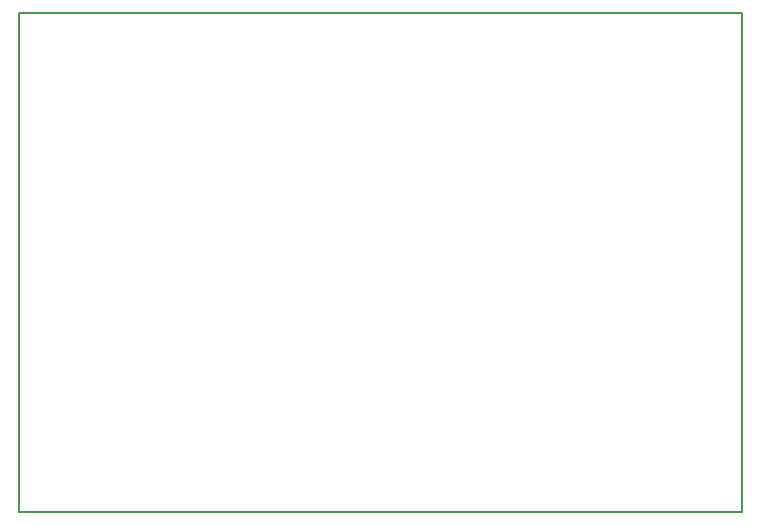
<source format=gbr>
G04 #@! TF.GenerationSoftware,KiCad,Pcbnew,8.0.8*
G04 #@! TF.CreationDate,2025-05-29T14:11:02+07:00*
G04 #@! TF.ProjectId,WLC_TX15W_C1_V1.1,574c435f-5458-4313-9557-5f43315f5631,rev?*
G04 #@! TF.SameCoordinates,Original*
G04 #@! TF.FileFunction,Profile,NP*
%FSLAX46Y46*%
G04 Gerber Fmt 4.6, Leading zero omitted, Abs format (unit mm)*
G04 Created by KiCad (PCBNEW 8.0.8) date 2025-05-29 14:11:02*
%MOMM*%
%LPD*%
G01*
G04 APERTURE LIST*
G04 #@! TA.AperFunction,Profile*
%ADD10C,0.200000*%
G04 #@! TD*
G04 APERTURE END LIST*
D10*
X102100000Y-49900000D02*
X163250000Y-49900000D01*
X163250000Y-92150000D01*
X102100000Y-92150000D01*
X102100000Y-49900000D01*
M02*

</source>
